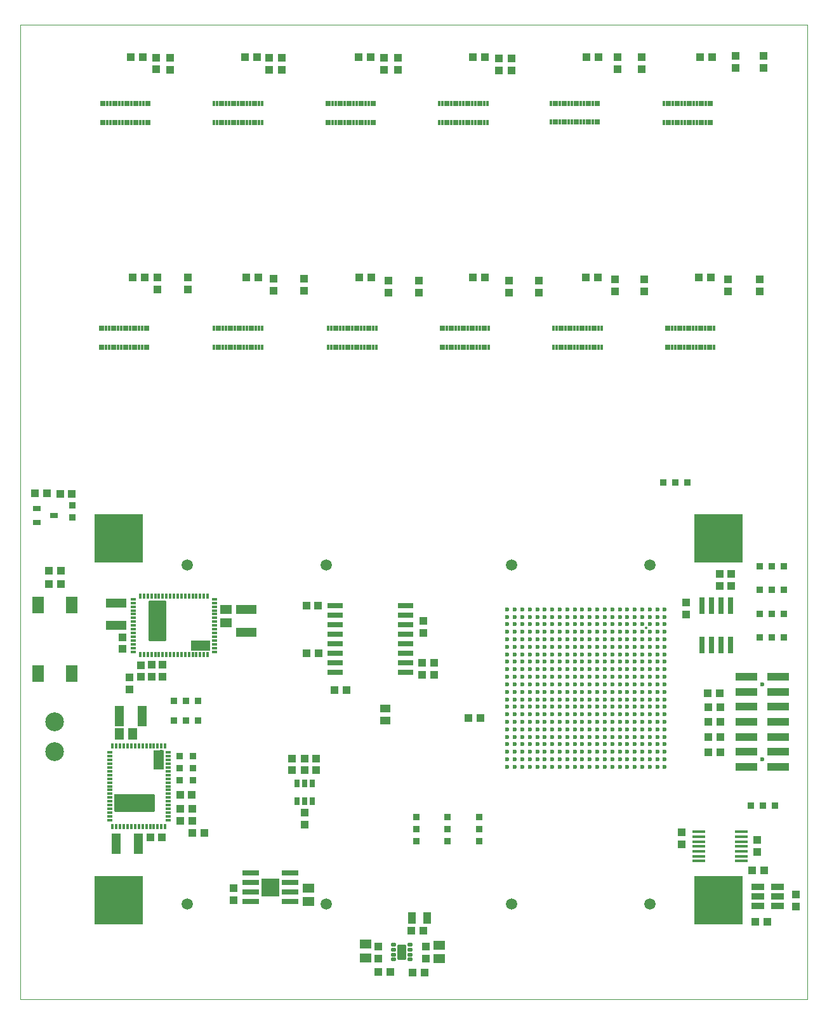
<source format=gts>
G04 Layer_Color=8388736*
%FSLAX43Y43*%
%MOMM*%
G71*
G01*
G75*
%ADD10C,0.100*%
%ADD47C,0.300*%
%ADD51C,0.600*%
%ADD72R,1.800X0.900*%
G04:AMPARAMS|DCode=73|XSize=0.5mm|YSize=0.6mm|CornerRadius=0.08mm|HoleSize=0mm|Usage=FLASHONLY|Rotation=90.000|XOffset=0mm|YOffset=0mm|HoleType=Round|Shape=RoundedRectangle|*
%AMROUNDEDRECTD73*
21,1,0.500,0.440,0,0,90.0*
21,1,0.340,0.600,0,0,90.0*
1,1,0.160,0.220,0.170*
1,1,0.160,0.220,-0.170*
1,1,0.160,-0.220,-0.170*
1,1,0.160,-0.220,0.170*
%
%ADD73ROUNDEDRECTD73*%
G04:AMPARAMS|DCode=74|XSize=1.2mm|YSize=2mm|CornerRadius=0.16mm|HoleSize=0mm|Usage=FLASHONLY|Rotation=0.000|XOffset=0mm|YOffset=0mm|HoleType=Round|Shape=RoundedRectangle|*
%AMROUNDEDRECTD74*
21,1,1.200,1.680,0,0,0.0*
21,1,0.880,2.000,0,0,0.0*
1,1,0.320,0.440,-0.840*
1,1,0.320,-0.440,-0.840*
1,1,0.320,-0.440,0.840*
1,1,0.320,0.440,0.840*
%
%ADD74ROUNDEDRECTD74*%
%ADD75R,1.100X1.050*%
%ADD76R,1.050X1.100*%
%ADD77R,1.500X1.150*%
%ADD78R,1.150X1.500*%
%ADD79R,2.800X1.250*%
%ADD80R,1.250X2.800*%
%ADD81R,0.900X0.900*%
%ADD82R,0.900X0.900*%
%ADD83R,1.400X1.100*%
%ADD84R,0.330X0.800*%
%ADD85R,2.850X1.100*%
%ADD86R,1.500X2.200*%
%ADD87R,1.050X1.500*%
%ADD88R,1.000X1.100*%
%ADD89R,1.100X1.000*%
%ADD90R,1.100X0.700*%
%ADD91R,1.700X0.450*%
%ADD92R,0.750X1.000*%
%ADD93R,0.700X2.300*%
%ADD94R,2.000X0.700*%
%ADD95R,2.300X0.700*%
%ADD96R,2.390X2.390*%
G04:AMPARAMS|DCode=97|XSize=1.4mm|YSize=2.6mm|CornerRadius=0.18mm|HoleSize=0mm|Usage=FLASHONLY|Rotation=270.000|XOffset=0mm|YOffset=0mm|HoleType=Round|Shape=RoundedRectangle|*
%AMROUNDEDRECTD97*
21,1,1.400,2.240,0,0,270.0*
21,1,1.040,2.600,0,0,270.0*
1,1,0.360,-1.120,-0.520*
1,1,0.360,-1.120,0.520*
1,1,0.360,1.120,0.520*
1,1,0.360,1.120,-0.520*
%
%ADD97ROUNDEDRECTD97*%
%ADD98R,0.700X0.350*%
%ADD99R,0.350X0.700*%
G04:AMPARAMS|DCode=100|XSize=2.45mm|YSize=5.45mm|CornerRadius=0.285mm|HoleSize=0mm|Usage=FLASHONLY|Rotation=0.000|XOffset=0mm|YOffset=0mm|HoleType=Round|Shape=RoundedRectangle|*
%AMROUNDEDRECTD100*
21,1,2.450,4.880,0,0,0.0*
21,1,1.880,5.450,0,0,0.0*
1,1,0.570,0.940,-2.440*
1,1,0.570,-0.940,-2.440*
1,1,0.570,-0.940,2.440*
1,1,0.570,0.940,2.440*
%
%ADD100ROUNDEDRECTD100*%
G04:AMPARAMS|DCode=101|XSize=1.4mm|YSize=2.6mm|CornerRadius=0.18mm|HoleSize=0mm|Usage=FLASHONLY|Rotation=0.000|XOffset=0mm|YOffset=0mm|HoleType=Round|Shape=RoundedRectangle|*
%AMROUNDEDRECTD101*
21,1,1.400,2.240,0,0,0.0*
21,1,1.040,2.600,0,0,0.0*
1,1,0.360,0.520,-1.120*
1,1,0.360,-0.520,-1.120*
1,1,0.360,-0.520,1.120*
1,1,0.360,0.520,1.120*
%
%ADD101ROUNDEDRECTD101*%
G04:AMPARAMS|DCode=102|XSize=2.45mm|YSize=5.45mm|CornerRadius=0.285mm|HoleSize=0mm|Usage=FLASHONLY|Rotation=90.000|XOffset=0mm|YOffset=0mm|HoleType=Round|Shape=RoundedRectangle|*
%AMROUNDEDRECTD102*
21,1,2.450,4.880,0,0,90.0*
21,1,1.880,5.450,0,0,90.0*
1,1,0.570,2.440,0.940*
1,1,0.570,2.440,-0.940*
1,1,0.570,-2.440,-0.940*
1,1,0.570,-2.440,0.940*
%
%ADD102ROUNDEDRECTD102*%
%ADD103C,1.516*%
%ADD104C,2.500*%
%ADD105R,6.450X6.450*%
%ADD106C,0.700*%
D10*
X95000Y-10000D02*
Y120000D01*
X-10000D02*
X95000D01*
X-10000Y-10000D02*
Y120000D01*
Y-10000D02*
X95000D01*
D47*
X73500Y39500D02*
X73500Y39500D01*
D51*
X58000Y21000D02*
D03*
X59000D02*
D03*
X58000Y22000D02*
D03*
X59000D02*
D03*
X55000Y21000D02*
D03*
X56000D02*
D03*
X68000Y24000D02*
D03*
Y25000D02*
D03*
X76000Y42000D02*
D03*
Y41000D02*
D03*
Y40000D02*
D03*
Y39000D02*
D03*
Y38000D02*
D03*
Y37000D02*
D03*
Y36000D02*
D03*
Y35000D02*
D03*
Y34000D02*
D03*
Y33000D02*
D03*
Y32000D02*
D03*
Y31000D02*
D03*
Y30000D02*
D03*
Y29000D02*
D03*
Y28000D02*
D03*
Y27000D02*
D03*
Y26000D02*
D03*
Y25000D02*
D03*
Y24000D02*
D03*
Y23000D02*
D03*
Y22000D02*
D03*
Y21000D02*
D03*
X75000Y42000D02*
D03*
Y41000D02*
D03*
Y40000D02*
D03*
Y39000D02*
D03*
Y38000D02*
D03*
Y37000D02*
D03*
Y36000D02*
D03*
Y35000D02*
D03*
Y34000D02*
D03*
Y33000D02*
D03*
Y32000D02*
D03*
Y31000D02*
D03*
Y30000D02*
D03*
Y29000D02*
D03*
Y28000D02*
D03*
Y27000D02*
D03*
Y26000D02*
D03*
Y25000D02*
D03*
Y24000D02*
D03*
Y23000D02*
D03*
Y22000D02*
D03*
Y21000D02*
D03*
X74000Y42000D02*
D03*
Y41000D02*
D03*
Y40000D02*
D03*
Y39000D02*
D03*
Y38000D02*
D03*
Y37000D02*
D03*
Y36000D02*
D03*
Y35000D02*
D03*
Y34000D02*
D03*
Y33000D02*
D03*
Y32000D02*
D03*
Y31000D02*
D03*
Y30000D02*
D03*
Y28000D02*
D03*
Y27000D02*
D03*
Y26000D02*
D03*
Y25000D02*
D03*
Y24000D02*
D03*
Y23000D02*
D03*
Y22000D02*
D03*
Y21000D02*
D03*
X73000Y42000D02*
D03*
Y41000D02*
D03*
Y40000D02*
D03*
Y39000D02*
D03*
Y38000D02*
D03*
Y37000D02*
D03*
Y36000D02*
D03*
Y35000D02*
D03*
Y34000D02*
D03*
Y33000D02*
D03*
Y32000D02*
D03*
Y31000D02*
D03*
Y30000D02*
D03*
Y28000D02*
D03*
Y27000D02*
D03*
Y26000D02*
D03*
Y25000D02*
D03*
Y24000D02*
D03*
Y23000D02*
D03*
Y22000D02*
D03*
Y21000D02*
D03*
X72000Y42000D02*
D03*
Y41000D02*
D03*
Y40000D02*
D03*
Y39000D02*
D03*
Y38000D02*
D03*
Y37000D02*
D03*
Y36000D02*
D03*
Y35000D02*
D03*
Y34000D02*
D03*
Y33000D02*
D03*
Y32000D02*
D03*
Y31000D02*
D03*
Y30000D02*
D03*
Y29000D02*
D03*
Y28000D02*
D03*
Y27000D02*
D03*
Y26000D02*
D03*
Y25000D02*
D03*
Y24000D02*
D03*
Y23000D02*
D03*
Y22000D02*
D03*
Y21000D02*
D03*
X71000Y42000D02*
D03*
Y41000D02*
D03*
Y40000D02*
D03*
Y39000D02*
D03*
Y38000D02*
D03*
Y37000D02*
D03*
Y36000D02*
D03*
Y35000D02*
D03*
Y34000D02*
D03*
Y33000D02*
D03*
Y32000D02*
D03*
Y31000D02*
D03*
Y30000D02*
D03*
Y29000D02*
D03*
Y28000D02*
D03*
Y27000D02*
D03*
Y26000D02*
D03*
Y25000D02*
D03*
Y24000D02*
D03*
Y23000D02*
D03*
Y22000D02*
D03*
Y21000D02*
D03*
X70000Y42000D02*
D03*
Y41000D02*
D03*
Y40000D02*
D03*
Y39000D02*
D03*
Y38000D02*
D03*
Y37000D02*
D03*
Y36000D02*
D03*
Y35000D02*
D03*
Y34000D02*
D03*
Y33000D02*
D03*
Y32000D02*
D03*
Y31000D02*
D03*
Y30000D02*
D03*
Y29000D02*
D03*
Y28000D02*
D03*
Y27000D02*
D03*
Y26000D02*
D03*
Y25000D02*
D03*
Y24000D02*
D03*
Y23000D02*
D03*
Y22000D02*
D03*
Y21000D02*
D03*
X69000Y42000D02*
D03*
Y41000D02*
D03*
Y40000D02*
D03*
Y39000D02*
D03*
Y38000D02*
D03*
Y37000D02*
D03*
Y36000D02*
D03*
Y35000D02*
D03*
Y34000D02*
D03*
Y33000D02*
D03*
Y32000D02*
D03*
Y31000D02*
D03*
Y30000D02*
D03*
Y29000D02*
D03*
Y28000D02*
D03*
Y27000D02*
D03*
Y26000D02*
D03*
Y25000D02*
D03*
Y24000D02*
D03*
Y23000D02*
D03*
Y22000D02*
D03*
X68000Y42000D02*
D03*
Y41000D02*
D03*
Y40000D02*
D03*
Y39000D02*
D03*
Y38000D02*
D03*
Y37000D02*
D03*
Y36000D02*
D03*
Y35000D02*
D03*
Y34000D02*
D03*
Y33000D02*
D03*
Y32000D02*
D03*
Y31000D02*
D03*
Y30000D02*
D03*
Y29000D02*
D03*
Y28000D02*
D03*
Y27000D02*
D03*
Y26000D02*
D03*
Y23000D02*
D03*
X67000Y42000D02*
D03*
Y41000D02*
D03*
Y40000D02*
D03*
Y39000D02*
D03*
Y38000D02*
D03*
Y37000D02*
D03*
Y36000D02*
D03*
Y35000D02*
D03*
Y34000D02*
D03*
Y33000D02*
D03*
Y32000D02*
D03*
Y31000D02*
D03*
Y30000D02*
D03*
Y29000D02*
D03*
Y28000D02*
D03*
Y27000D02*
D03*
Y26000D02*
D03*
Y25000D02*
D03*
Y24000D02*
D03*
Y23000D02*
D03*
Y21000D02*
D03*
X66000Y42000D02*
D03*
Y41000D02*
D03*
Y40000D02*
D03*
Y39000D02*
D03*
Y38000D02*
D03*
Y37000D02*
D03*
Y36000D02*
D03*
Y35000D02*
D03*
Y34000D02*
D03*
Y33000D02*
D03*
Y32000D02*
D03*
Y31000D02*
D03*
Y30000D02*
D03*
Y29000D02*
D03*
Y28000D02*
D03*
Y27000D02*
D03*
Y26000D02*
D03*
Y25000D02*
D03*
Y24000D02*
D03*
X65000Y42000D02*
D03*
Y41000D02*
D03*
Y40000D02*
D03*
Y39000D02*
D03*
Y38000D02*
D03*
Y37000D02*
D03*
Y36000D02*
D03*
Y35000D02*
D03*
Y34000D02*
D03*
Y33000D02*
D03*
Y32000D02*
D03*
Y31000D02*
D03*
Y30000D02*
D03*
Y29000D02*
D03*
Y28000D02*
D03*
Y27000D02*
D03*
Y26000D02*
D03*
Y25000D02*
D03*
Y24000D02*
D03*
Y22000D02*
D03*
X64000Y42000D02*
D03*
Y41000D02*
D03*
Y40000D02*
D03*
Y39000D02*
D03*
Y38000D02*
D03*
Y37000D02*
D03*
Y36000D02*
D03*
Y35000D02*
D03*
Y34000D02*
D03*
Y33000D02*
D03*
Y32000D02*
D03*
Y31000D02*
D03*
Y30000D02*
D03*
Y29000D02*
D03*
Y28000D02*
D03*
Y27000D02*
D03*
Y26000D02*
D03*
Y25000D02*
D03*
Y24000D02*
D03*
X63000Y42000D02*
D03*
Y41000D02*
D03*
Y40000D02*
D03*
Y39000D02*
D03*
Y38000D02*
D03*
Y37000D02*
D03*
Y36000D02*
D03*
Y35000D02*
D03*
Y34000D02*
D03*
Y33000D02*
D03*
Y32000D02*
D03*
Y31000D02*
D03*
Y30000D02*
D03*
Y29000D02*
D03*
Y28000D02*
D03*
Y27000D02*
D03*
Y26000D02*
D03*
Y24000D02*
D03*
Y23000D02*
D03*
X62000Y42000D02*
D03*
Y41000D02*
D03*
Y40000D02*
D03*
Y39000D02*
D03*
Y38000D02*
D03*
Y37000D02*
D03*
Y36000D02*
D03*
Y35000D02*
D03*
Y34000D02*
D03*
Y33000D02*
D03*
Y32000D02*
D03*
Y31000D02*
D03*
Y30000D02*
D03*
Y29000D02*
D03*
Y28000D02*
D03*
Y27000D02*
D03*
Y26000D02*
D03*
Y24000D02*
D03*
Y23000D02*
D03*
Y21000D02*
D03*
X61000Y42000D02*
D03*
Y41000D02*
D03*
Y40000D02*
D03*
Y39000D02*
D03*
Y38000D02*
D03*
Y37000D02*
D03*
Y36000D02*
D03*
Y35000D02*
D03*
Y34000D02*
D03*
Y33000D02*
D03*
Y32000D02*
D03*
Y31000D02*
D03*
Y30000D02*
D03*
Y29000D02*
D03*
Y28000D02*
D03*
Y27000D02*
D03*
Y26000D02*
D03*
Y25000D02*
D03*
Y24000D02*
D03*
Y23000D02*
D03*
X60000Y42000D02*
D03*
Y41000D02*
D03*
Y40000D02*
D03*
Y39000D02*
D03*
Y38000D02*
D03*
Y37000D02*
D03*
Y36000D02*
D03*
Y35000D02*
D03*
Y34000D02*
D03*
Y33000D02*
D03*
Y32000D02*
D03*
Y31000D02*
D03*
Y30000D02*
D03*
Y29000D02*
D03*
Y28000D02*
D03*
Y27000D02*
D03*
Y26000D02*
D03*
Y25000D02*
D03*
Y24000D02*
D03*
Y22000D02*
D03*
X59000Y42000D02*
D03*
Y41000D02*
D03*
Y40000D02*
D03*
Y39000D02*
D03*
Y38000D02*
D03*
Y37000D02*
D03*
Y36000D02*
D03*
Y35000D02*
D03*
Y34000D02*
D03*
Y33000D02*
D03*
Y32000D02*
D03*
Y31000D02*
D03*
Y30000D02*
D03*
Y29000D02*
D03*
Y28000D02*
D03*
Y27000D02*
D03*
Y26000D02*
D03*
Y25000D02*
D03*
Y24000D02*
D03*
X58000Y42000D02*
D03*
Y41000D02*
D03*
Y40000D02*
D03*
Y39000D02*
D03*
Y38000D02*
D03*
Y37000D02*
D03*
Y36000D02*
D03*
Y35000D02*
D03*
Y34000D02*
D03*
Y33000D02*
D03*
Y32000D02*
D03*
Y31000D02*
D03*
Y30000D02*
D03*
Y29000D02*
D03*
Y28000D02*
D03*
Y27000D02*
D03*
Y26000D02*
D03*
Y25000D02*
D03*
Y24000D02*
D03*
Y23000D02*
D03*
X57000Y42000D02*
D03*
Y41000D02*
D03*
Y40000D02*
D03*
Y39000D02*
D03*
Y38000D02*
D03*
Y37000D02*
D03*
Y36000D02*
D03*
Y35000D02*
D03*
Y34000D02*
D03*
Y33000D02*
D03*
Y32000D02*
D03*
Y31000D02*
D03*
Y30000D02*
D03*
Y29000D02*
D03*
Y28000D02*
D03*
Y27000D02*
D03*
Y26000D02*
D03*
Y25000D02*
D03*
Y24000D02*
D03*
Y23000D02*
D03*
Y22000D02*
D03*
Y21000D02*
D03*
X56000Y42000D02*
D03*
Y41000D02*
D03*
Y40000D02*
D03*
Y39000D02*
D03*
Y38000D02*
D03*
Y37000D02*
D03*
Y36000D02*
D03*
Y35000D02*
D03*
Y34000D02*
D03*
Y33000D02*
D03*
Y32000D02*
D03*
Y31000D02*
D03*
Y30000D02*
D03*
Y29000D02*
D03*
Y28000D02*
D03*
Y27000D02*
D03*
Y26000D02*
D03*
Y25000D02*
D03*
Y24000D02*
D03*
Y23000D02*
D03*
Y22000D02*
D03*
X55000Y42000D02*
D03*
Y41000D02*
D03*
Y40000D02*
D03*
Y39000D02*
D03*
Y38000D02*
D03*
Y37000D02*
D03*
Y36000D02*
D03*
Y35000D02*
D03*
Y34000D02*
D03*
Y33000D02*
D03*
Y32000D02*
D03*
Y31000D02*
D03*
Y30000D02*
D03*
Y29000D02*
D03*
Y28000D02*
D03*
Y27000D02*
D03*
Y26000D02*
D03*
Y25000D02*
D03*
Y24000D02*
D03*
Y23000D02*
D03*
Y22000D02*
D03*
X61000Y21000D02*
D03*
X60000D02*
D03*
X62000Y22000D02*
D03*
X61000D02*
D03*
X64000Y21000D02*
D03*
X63000D02*
D03*
X64000Y22000D02*
D03*
X63000D02*
D03*
X66000Y21000D02*
D03*
X65000D02*
D03*
X68000Y22000D02*
D03*
X67000D02*
D03*
X69000Y21000D02*
D03*
X68000D02*
D03*
X66000Y23000D02*
D03*
Y22000D02*
D03*
X60000Y23000D02*
D03*
X59000D02*
D03*
X63000Y25000D02*
D03*
X62000D02*
D03*
X65000Y23000D02*
D03*
X64000D02*
D03*
X74000Y29000D02*
D03*
X73000D02*
D03*
X88975Y22000D02*
D03*
Y32000D02*
D03*
X15025Y37550D02*
D03*
X14425D02*
D03*
X13125D02*
D03*
Y36850D02*
D03*
X14425D02*
D03*
X13725D02*
D03*
Y37550D02*
D03*
X8625Y38050D02*
D03*
X8025D02*
D03*
X9225D02*
D03*
Y38650D02*
D03*
Y39250D02*
D03*
Y39850D02*
D03*
Y40450D02*
D03*
Y41050D02*
D03*
Y41650D02*
D03*
Y42250D02*
D03*
Y42850D02*
D03*
X7425Y38050D02*
D03*
Y38650D02*
D03*
Y39250D02*
D03*
Y39850D02*
D03*
Y40450D02*
D03*
Y41050D02*
D03*
Y41650D02*
D03*
Y42250D02*
D03*
X8625Y42850D02*
D03*
X8025D02*
D03*
X7425D02*
D03*
X8625Y40450D02*
D03*
X8025D02*
D03*
X8150Y22900D02*
D03*
Y22300D02*
D03*
Y21000D02*
D03*
X8850D02*
D03*
Y22300D02*
D03*
Y21600D02*
D03*
X8150D02*
D03*
X7650Y16500D02*
D03*
Y15900D02*
D03*
Y17100D02*
D03*
X7050D02*
D03*
X6450D02*
D03*
X5850D02*
D03*
X5250D02*
D03*
X4650D02*
D03*
X4050D02*
D03*
X3450D02*
D03*
X2850D02*
D03*
X7650Y15300D02*
D03*
X7050D02*
D03*
X6450D02*
D03*
X5850D02*
D03*
X5250D02*
D03*
X4650D02*
D03*
X4050D02*
D03*
X3450D02*
D03*
X2850Y16500D02*
D03*
Y15900D02*
D03*
Y15300D02*
D03*
X5250Y16500D02*
D03*
Y15900D02*
D03*
D72*
X91054Y2470D02*
D03*
Y3740D02*
D03*
Y5010D02*
D03*
X88454D02*
D03*
Y3740D02*
D03*
Y2470D02*
D03*
D73*
X39775Y-2758D02*
D03*
Y-3408D02*
D03*
Y-4058D02*
D03*
Y-4708D02*
D03*
X41975Y-2758D02*
D03*
Y-3408D02*
D03*
Y-4058D02*
D03*
Y-4708D02*
D03*
D74*
X40875Y-3733D02*
D03*
D75*
X27925Y14850D02*
D03*
Y13250D02*
D03*
X9975Y113975D02*
D03*
Y115575D02*
D03*
X8175Y114000D02*
D03*
Y115600D02*
D03*
X24950Y113975D02*
D03*
Y115575D02*
D03*
X23200Y113975D02*
D03*
Y115575D02*
D03*
X40400Y113950D02*
D03*
Y115550D02*
D03*
X38525Y113950D02*
D03*
Y115550D02*
D03*
X55600Y113875D02*
D03*
Y115475D02*
D03*
X53880Y113873D02*
D03*
Y115473D02*
D03*
X72936Y114073D02*
D03*
Y115673D02*
D03*
X69711Y114073D02*
D03*
Y115673D02*
D03*
X89186Y114198D02*
D03*
Y115798D02*
D03*
X85460Y114198D02*
D03*
Y115798D02*
D03*
X12410Y84623D02*
D03*
Y86223D02*
D03*
X8360Y84623D02*
D03*
Y86223D02*
D03*
X23840Y86077D02*
D03*
Y84477D02*
D03*
X27890Y86077D02*
D03*
Y84477D02*
D03*
X43166Y84223D02*
D03*
Y85823D02*
D03*
X39116Y84223D02*
D03*
Y85823D02*
D03*
X59241Y84223D02*
D03*
Y85823D02*
D03*
X55191Y84223D02*
D03*
Y85823D02*
D03*
X73290Y84423D02*
D03*
Y86023D02*
D03*
X69390Y84423D02*
D03*
Y86023D02*
D03*
X88650Y84400D02*
D03*
Y86000D02*
D03*
X84425Y84400D02*
D03*
Y86000D02*
D03*
X78850Y41325D02*
D03*
Y42925D02*
D03*
X88349Y11245D02*
D03*
Y9645D02*
D03*
X78249Y12295D02*
D03*
Y10695D02*
D03*
X7530Y33025D02*
D03*
Y34625D02*
D03*
X37800Y-4575D02*
D03*
Y-2975D02*
D03*
X44150Y-2975D02*
D03*
Y-4575D02*
D03*
X18447Y3210D02*
D03*
Y4810D02*
D03*
D76*
X-6186Y45395D02*
D03*
X-4586D02*
D03*
X45200Y34910D02*
D03*
X43600D02*
D03*
X89650Y350D02*
D03*
X88050D02*
D03*
X37800Y-6375D02*
D03*
X39400D02*
D03*
X43975Y-6475D02*
D03*
X42375D02*
D03*
X12950Y15425D02*
D03*
X11350D02*
D03*
D77*
X17455Y41975D02*
D03*
Y40175D02*
D03*
X36100Y-2675D02*
D03*
Y-4475D02*
D03*
X45925Y-4575D02*
D03*
Y-2775D02*
D03*
X28447Y4835D02*
D03*
Y3035D02*
D03*
D78*
X3225Y25375D02*
D03*
X5025D02*
D03*
D79*
X2805Y42850D02*
D03*
Y39850D02*
D03*
X20155Y38975D02*
D03*
Y41975D02*
D03*
D80*
X2800Y10700D02*
D03*
X5800D02*
D03*
X6275Y27725D02*
D03*
X3275D02*
D03*
D81*
X-3050Y54275D02*
D03*
Y55875D02*
D03*
X51203Y14296D02*
D03*
Y12696D02*
D03*
Y11096D02*
D03*
X47028Y14296D02*
D03*
Y12696D02*
D03*
Y11096D02*
D03*
X42853Y14296D02*
D03*
Y12696D02*
D03*
Y11096D02*
D03*
X13050Y22425D02*
D03*
Y20825D02*
D03*
Y19225D02*
D03*
X11250Y22425D02*
D03*
Y20825D02*
D03*
Y19225D02*
D03*
D82*
X90675Y15850D02*
D03*
X89075D02*
D03*
X87475D02*
D03*
X79025Y58950D02*
D03*
X77425D02*
D03*
X75825D02*
D03*
X91850Y47700D02*
D03*
X90250D02*
D03*
X88650D02*
D03*
X91850Y44567D02*
D03*
X90250D02*
D03*
X88650D02*
D03*
X91850Y41433D02*
D03*
X90250D02*
D03*
X88650D02*
D03*
X91850Y38300D02*
D03*
X90250D02*
D03*
X88650D02*
D03*
X10550Y27200D02*
D03*
X12150D02*
D03*
X13750D02*
D03*
X10550Y29825D02*
D03*
X12150D02*
D03*
X13750D02*
D03*
D83*
X38750Y27188D02*
D03*
Y28788D02*
D03*
D84*
X1247Y109450D02*
D03*
X847D02*
D03*
X1647D02*
D03*
X2047D02*
D03*
X3647D02*
D03*
X3247D02*
D03*
X2447D02*
D03*
X2847D02*
D03*
X6047D02*
D03*
X5647D02*
D03*
X6447D02*
D03*
X6847D02*
D03*
X5247D02*
D03*
X4847D02*
D03*
X4047D02*
D03*
X4447D02*
D03*
X7247D02*
D03*
Y106950D02*
D03*
X4447D02*
D03*
X4047D02*
D03*
X4847D02*
D03*
X5247D02*
D03*
X6847D02*
D03*
X6447D02*
D03*
X5647D02*
D03*
X6047D02*
D03*
X2847D02*
D03*
X2447D02*
D03*
X3247D02*
D03*
X3647D02*
D03*
X2047D02*
D03*
X1647D02*
D03*
X847D02*
D03*
X1247D02*
D03*
X16273Y109450D02*
D03*
X15873D02*
D03*
X16673D02*
D03*
X17073D02*
D03*
X18673D02*
D03*
X18273D02*
D03*
X17473D02*
D03*
X17873D02*
D03*
X21073D02*
D03*
X20673D02*
D03*
X21473D02*
D03*
X21873D02*
D03*
X20273D02*
D03*
X19873D02*
D03*
X19073D02*
D03*
X19473D02*
D03*
X22273D02*
D03*
Y106950D02*
D03*
X19473D02*
D03*
X19073D02*
D03*
X19873D02*
D03*
X20273D02*
D03*
X21873D02*
D03*
X21473D02*
D03*
X20673D02*
D03*
X21073D02*
D03*
X17873D02*
D03*
X17473D02*
D03*
X18273D02*
D03*
X18673D02*
D03*
X17073D02*
D03*
X16673D02*
D03*
X15873D02*
D03*
X16273D02*
D03*
X31298Y109450D02*
D03*
X30898D02*
D03*
X31698D02*
D03*
X32098D02*
D03*
X33698D02*
D03*
X33298D02*
D03*
X32498D02*
D03*
X32898D02*
D03*
X36098D02*
D03*
X35698D02*
D03*
X36498D02*
D03*
X36898D02*
D03*
X35298D02*
D03*
X34898D02*
D03*
X34098D02*
D03*
X34498D02*
D03*
X37298D02*
D03*
Y106950D02*
D03*
X34498D02*
D03*
X34098D02*
D03*
X34898D02*
D03*
X35298D02*
D03*
X36898D02*
D03*
X36498D02*
D03*
X35698D02*
D03*
X36098D02*
D03*
X32898D02*
D03*
X32498D02*
D03*
X33298D02*
D03*
X33698D02*
D03*
X32098D02*
D03*
X31698D02*
D03*
X30898D02*
D03*
X31298D02*
D03*
X46324Y109450D02*
D03*
X45924D02*
D03*
X46724D02*
D03*
X47124D02*
D03*
X48724D02*
D03*
X48324D02*
D03*
X47524D02*
D03*
X47924D02*
D03*
X51124D02*
D03*
X50724D02*
D03*
X51524D02*
D03*
X51924D02*
D03*
X50324D02*
D03*
X49924D02*
D03*
X49124D02*
D03*
X49524D02*
D03*
X52324D02*
D03*
Y106950D02*
D03*
X49524D02*
D03*
X49124D02*
D03*
X49924D02*
D03*
X50324D02*
D03*
X51924D02*
D03*
X51524D02*
D03*
X50724D02*
D03*
X51124D02*
D03*
X47924D02*
D03*
X47524D02*
D03*
X48324D02*
D03*
X48724D02*
D03*
X47124D02*
D03*
X46724D02*
D03*
X45924D02*
D03*
X46324D02*
D03*
X61200Y109475D02*
D03*
X60800D02*
D03*
X61600D02*
D03*
X62000D02*
D03*
X63600D02*
D03*
X63200D02*
D03*
X62400D02*
D03*
X62800D02*
D03*
X66000D02*
D03*
X65600D02*
D03*
X66400D02*
D03*
X66800D02*
D03*
X65200D02*
D03*
X64800D02*
D03*
X64000D02*
D03*
X64400D02*
D03*
X67200D02*
D03*
Y106975D02*
D03*
X64400D02*
D03*
X64000D02*
D03*
X64800D02*
D03*
X65200D02*
D03*
X66800D02*
D03*
X66400D02*
D03*
X65600D02*
D03*
X66000D02*
D03*
X62800D02*
D03*
X62400D02*
D03*
X63200D02*
D03*
X63600D02*
D03*
X62000D02*
D03*
X61600D02*
D03*
X60800D02*
D03*
X61200D02*
D03*
X76269Y109450D02*
D03*
X75869D02*
D03*
X76669D02*
D03*
X77069D02*
D03*
X78669D02*
D03*
X78269D02*
D03*
X77469D02*
D03*
X77869D02*
D03*
X81069D02*
D03*
X80669D02*
D03*
X81469D02*
D03*
X81869D02*
D03*
X80269D02*
D03*
X79869D02*
D03*
X79069D02*
D03*
X79469D02*
D03*
X82269D02*
D03*
Y106950D02*
D03*
X79469D02*
D03*
X79069D02*
D03*
X79869D02*
D03*
X80269D02*
D03*
X81869D02*
D03*
X81469D02*
D03*
X80669D02*
D03*
X81069D02*
D03*
X77869D02*
D03*
X77469D02*
D03*
X78269D02*
D03*
X78669D02*
D03*
X77069D02*
D03*
X76669D02*
D03*
X75869D02*
D03*
X76269D02*
D03*
X1075Y79450D02*
D03*
X675D02*
D03*
X1475D02*
D03*
X1875D02*
D03*
X3475D02*
D03*
X3075D02*
D03*
X2275D02*
D03*
X2675D02*
D03*
X5875D02*
D03*
X5475D02*
D03*
X6275D02*
D03*
X6675D02*
D03*
X5075D02*
D03*
X4675D02*
D03*
X3875D02*
D03*
X4275D02*
D03*
X7075D02*
D03*
Y76950D02*
D03*
X4275D02*
D03*
X3875D02*
D03*
X4675D02*
D03*
X5075D02*
D03*
X6675D02*
D03*
X6275D02*
D03*
X5475D02*
D03*
X5875D02*
D03*
X2675D02*
D03*
X2275D02*
D03*
X3075D02*
D03*
X3475D02*
D03*
X1875D02*
D03*
X1475D02*
D03*
X675D02*
D03*
X1075D02*
D03*
X16250Y79450D02*
D03*
X15850D02*
D03*
X16650D02*
D03*
X17050D02*
D03*
X18650D02*
D03*
X18250D02*
D03*
X17450D02*
D03*
X17850D02*
D03*
X21050D02*
D03*
X20650D02*
D03*
X21450D02*
D03*
X21850D02*
D03*
X20250D02*
D03*
X19850D02*
D03*
X19050D02*
D03*
X19450D02*
D03*
X22250D02*
D03*
Y76950D02*
D03*
X19450D02*
D03*
X19050D02*
D03*
X19850D02*
D03*
X20250D02*
D03*
X21850D02*
D03*
X21450D02*
D03*
X20650D02*
D03*
X21050D02*
D03*
X17850D02*
D03*
X17450D02*
D03*
X18250D02*
D03*
X18650D02*
D03*
X17050D02*
D03*
X16650D02*
D03*
X15850D02*
D03*
X16250D02*
D03*
X31512Y79450D02*
D03*
X31112D02*
D03*
X31912D02*
D03*
X32312D02*
D03*
X33912D02*
D03*
X33512D02*
D03*
X32712D02*
D03*
X33112D02*
D03*
X36312D02*
D03*
X35912D02*
D03*
X36712D02*
D03*
X37112D02*
D03*
X35512D02*
D03*
X35112D02*
D03*
X34312D02*
D03*
X34712D02*
D03*
X37512D02*
D03*
Y76950D02*
D03*
X34712D02*
D03*
X34312D02*
D03*
X35112D02*
D03*
X35512D02*
D03*
X37112D02*
D03*
X36712D02*
D03*
X35912D02*
D03*
X36312D02*
D03*
X33112D02*
D03*
X32712D02*
D03*
X33512D02*
D03*
X33912D02*
D03*
X32312D02*
D03*
X31912D02*
D03*
X31112D02*
D03*
X31512D02*
D03*
X46525Y79450D02*
D03*
X46125D02*
D03*
X46925D02*
D03*
X47325D02*
D03*
X48925D02*
D03*
X48525D02*
D03*
X47725D02*
D03*
X48125D02*
D03*
X51325D02*
D03*
X50925D02*
D03*
X51725D02*
D03*
X52125D02*
D03*
X50525D02*
D03*
X50125D02*
D03*
X49325D02*
D03*
X49725D02*
D03*
X52525D02*
D03*
Y76950D02*
D03*
X49725D02*
D03*
X49325D02*
D03*
X50125D02*
D03*
X50525D02*
D03*
X52125D02*
D03*
X51725D02*
D03*
X50925D02*
D03*
X51325D02*
D03*
X48125D02*
D03*
X47725D02*
D03*
X48525D02*
D03*
X48925D02*
D03*
X47325D02*
D03*
X46925D02*
D03*
X46125D02*
D03*
X46525D02*
D03*
X61563Y79450D02*
D03*
X61163D02*
D03*
X61963D02*
D03*
X62363D02*
D03*
X63963D02*
D03*
X63563D02*
D03*
X62763D02*
D03*
X63163D02*
D03*
X66363D02*
D03*
X65963D02*
D03*
X66763D02*
D03*
X67163D02*
D03*
X65563D02*
D03*
X65163D02*
D03*
X64363D02*
D03*
X64763D02*
D03*
X67563D02*
D03*
Y76950D02*
D03*
X64763D02*
D03*
X64363D02*
D03*
X65163D02*
D03*
X65563D02*
D03*
X67163D02*
D03*
X66763D02*
D03*
X65963D02*
D03*
X66363D02*
D03*
X63163D02*
D03*
X62763D02*
D03*
X63563D02*
D03*
X63963D02*
D03*
X62363D02*
D03*
X61963D02*
D03*
X61163D02*
D03*
X61563D02*
D03*
X76589Y79450D02*
D03*
X76189D02*
D03*
X76989D02*
D03*
X77389D02*
D03*
X78989D02*
D03*
X78589D02*
D03*
X77789D02*
D03*
X78189D02*
D03*
X81389D02*
D03*
X80989D02*
D03*
X81789D02*
D03*
X82189D02*
D03*
X80589D02*
D03*
X80189D02*
D03*
X79389D02*
D03*
X79789D02*
D03*
X82589D02*
D03*
Y76950D02*
D03*
X79789D02*
D03*
X79389D02*
D03*
X80189D02*
D03*
X80589D02*
D03*
X82189D02*
D03*
X81789D02*
D03*
X80989D02*
D03*
X81389D02*
D03*
X78189D02*
D03*
X77789D02*
D03*
X78589D02*
D03*
X78989D02*
D03*
X77389D02*
D03*
X76989D02*
D03*
X76189D02*
D03*
X76589D02*
D03*
D85*
X91100Y21000D02*
D03*
Y23000D02*
D03*
Y25000D02*
D03*
X86850Y21000D02*
D03*
Y23000D02*
D03*
Y25000D02*
D03*
X91100Y29000D02*
D03*
Y31000D02*
D03*
Y33000D02*
D03*
X86850Y29000D02*
D03*
Y31000D02*
D03*
Y33000D02*
D03*
X91100Y27000D02*
D03*
X86850D02*
D03*
D86*
X-7575Y42550D02*
D03*
Y33450D02*
D03*
X-3075Y42550D02*
D03*
Y33450D02*
D03*
D87*
X42275Y800D02*
D03*
X44275D02*
D03*
D88*
X4800Y115625D02*
D03*
X6400D02*
D03*
X19988D02*
D03*
X21588D02*
D03*
X35176D02*
D03*
X36776D02*
D03*
X50365D02*
D03*
X51965D02*
D03*
X65553D02*
D03*
X67153D02*
D03*
X80741D02*
D03*
X82341D02*
D03*
X5050Y86300D02*
D03*
X6650D02*
D03*
X20155D02*
D03*
X21755D02*
D03*
X35260D02*
D03*
X36860D02*
D03*
X50365D02*
D03*
X51965D02*
D03*
X65470D02*
D03*
X67070D02*
D03*
X80575D02*
D03*
X82175D02*
D03*
X33575Y31210D02*
D03*
X31975D02*
D03*
X81750Y30850D02*
D03*
X83350D02*
D03*
X-3075Y57400D02*
D03*
X-4675D02*
D03*
X-8025Y57475D02*
D03*
X-6425D02*
D03*
X-6186Y47120D02*
D03*
X-4586D02*
D03*
X29775Y42510D02*
D03*
X28175D02*
D03*
X43600Y33235D02*
D03*
X45200D02*
D03*
X29825Y36160D02*
D03*
X28225D02*
D03*
X42225Y-875D02*
D03*
X43825D02*
D03*
X49800Y27525D02*
D03*
X51400D02*
D03*
X81850Y22975D02*
D03*
X83450D02*
D03*
X81800Y25000D02*
D03*
X83400D02*
D03*
X81850Y27000D02*
D03*
X83450D02*
D03*
X81850Y28975D02*
D03*
X83450D02*
D03*
X89225Y7175D02*
D03*
X87625D02*
D03*
X8950Y11550D02*
D03*
X7350D02*
D03*
X11325Y17250D02*
D03*
X12925D02*
D03*
X11350Y13750D02*
D03*
X12950D02*
D03*
X14550Y12150D02*
D03*
X12950D02*
D03*
D89*
X83375Y45150D02*
D03*
Y46750D02*
D03*
X84825Y45150D02*
D03*
Y46750D02*
D03*
X43800Y40475D02*
D03*
Y38875D02*
D03*
X93500Y3975D02*
D03*
Y2375D02*
D03*
X3630Y36700D02*
D03*
Y38300D02*
D03*
X8980Y34625D02*
D03*
Y33025D02*
D03*
X26250Y20525D02*
D03*
Y22125D02*
D03*
X27975Y20525D02*
D03*
Y22125D02*
D03*
X29500Y20525D02*
D03*
Y22125D02*
D03*
X6130Y34575D02*
D03*
Y32975D02*
D03*
X4605Y31350D02*
D03*
Y32950D02*
D03*
D90*
X-5450Y54525D02*
D03*
X-7750Y53575D02*
D03*
Y55475D02*
D03*
D91*
X86175Y8425D02*
D03*
Y9075D02*
D03*
Y9725D02*
D03*
Y10375D02*
D03*
Y11025D02*
D03*
Y11675D02*
D03*
Y12325D02*
D03*
X80575Y8425D02*
D03*
Y9075D02*
D03*
Y9725D02*
D03*
Y10375D02*
D03*
Y11025D02*
D03*
Y11675D02*
D03*
Y12325D02*
D03*
D92*
X26950Y16425D02*
D03*
X27950D02*
D03*
X28950D02*
D03*
Y18825D02*
D03*
X27950D02*
D03*
X26950D02*
D03*
D93*
X80961Y37276D02*
D03*
X82231D02*
D03*
X83501D02*
D03*
X84771D02*
D03*
X80961Y42482D02*
D03*
X82231D02*
D03*
X83501D02*
D03*
X84771D02*
D03*
D94*
X41425Y33625D02*
D03*
Y34895D02*
D03*
Y36165D02*
D03*
Y37435D02*
D03*
Y38705D02*
D03*
Y39975D02*
D03*
Y41245D02*
D03*
Y42515D02*
D03*
X32025Y33625D02*
D03*
Y34895D02*
D03*
Y36165D02*
D03*
Y37435D02*
D03*
Y38705D02*
D03*
Y39975D02*
D03*
Y41245D02*
D03*
Y42515D02*
D03*
D95*
X20769Y6840D02*
D03*
Y5570D02*
D03*
Y4300D02*
D03*
Y3030D02*
D03*
X25975Y6840D02*
D03*
Y5570D02*
D03*
Y4300D02*
D03*
Y3030D02*
D03*
D96*
X23372Y4935D02*
D03*
D97*
X14075Y37200D02*
D03*
D98*
X15925Y43350D02*
D03*
Y36350D02*
D03*
Y36850D02*
D03*
Y37350D02*
D03*
Y37850D02*
D03*
Y38350D02*
D03*
Y38850D02*
D03*
Y39350D02*
D03*
Y39850D02*
D03*
Y40350D02*
D03*
Y40850D02*
D03*
Y41350D02*
D03*
Y41850D02*
D03*
Y42350D02*
D03*
Y42850D02*
D03*
X5125Y36850D02*
D03*
Y37350D02*
D03*
Y37850D02*
D03*
Y38350D02*
D03*
Y38850D02*
D03*
Y39350D02*
D03*
Y39850D02*
D03*
Y40350D02*
D03*
Y40850D02*
D03*
Y41350D02*
D03*
Y41850D02*
D03*
Y42350D02*
D03*
Y42850D02*
D03*
Y43350D02*
D03*
Y36350D02*
D03*
X1950Y16400D02*
D03*
Y16900D02*
D03*
Y17400D02*
D03*
Y17900D02*
D03*
Y18400D02*
D03*
Y18900D02*
D03*
Y19400D02*
D03*
Y19900D02*
D03*
Y20400D02*
D03*
Y20900D02*
D03*
Y21400D02*
D03*
Y21900D02*
D03*
Y22400D02*
D03*
Y22900D02*
D03*
Y15900D02*
D03*
Y13900D02*
D03*
Y15400D02*
D03*
Y14900D02*
D03*
Y14400D02*
D03*
X9750D02*
D03*
Y14900D02*
D03*
Y15400D02*
D03*
Y13900D02*
D03*
Y15900D02*
D03*
Y22900D02*
D03*
Y22400D02*
D03*
Y21900D02*
D03*
Y21400D02*
D03*
Y20900D02*
D03*
Y20400D02*
D03*
Y19900D02*
D03*
Y19400D02*
D03*
Y18900D02*
D03*
Y18400D02*
D03*
Y17900D02*
D03*
Y17400D02*
D03*
Y16900D02*
D03*
Y16400D02*
D03*
D99*
X8525Y43750D02*
D03*
X9025D02*
D03*
X9525D02*
D03*
X10025D02*
D03*
X10525D02*
D03*
X11025D02*
D03*
X11525D02*
D03*
X12025D02*
D03*
X12525D02*
D03*
X13025D02*
D03*
X13525D02*
D03*
X14025D02*
D03*
X14525D02*
D03*
X15025D02*
D03*
X8025D02*
D03*
X6025D02*
D03*
X7525D02*
D03*
X7025D02*
D03*
X6525D02*
D03*
Y35950D02*
D03*
X7025D02*
D03*
X7525D02*
D03*
X6025D02*
D03*
X8025D02*
D03*
X15025D02*
D03*
X14525D02*
D03*
X14025D02*
D03*
X13525D02*
D03*
X13025D02*
D03*
X12525D02*
D03*
X12025D02*
D03*
X11525D02*
D03*
X11025D02*
D03*
X10525D02*
D03*
X10025D02*
D03*
X9525D02*
D03*
X9025D02*
D03*
X8525D02*
D03*
X2350Y23800D02*
D03*
X9350D02*
D03*
X8850D02*
D03*
X8350D02*
D03*
X7850D02*
D03*
X7350D02*
D03*
X6850D02*
D03*
X6350D02*
D03*
X5850D02*
D03*
X5350D02*
D03*
X4850D02*
D03*
X4350D02*
D03*
X3850D02*
D03*
X3350D02*
D03*
X2850D02*
D03*
X8850Y13000D02*
D03*
X8350D02*
D03*
X7850D02*
D03*
X7350D02*
D03*
X6850D02*
D03*
X6350D02*
D03*
X5850D02*
D03*
X5350D02*
D03*
X4850D02*
D03*
X4350D02*
D03*
X3850D02*
D03*
X3350D02*
D03*
X2850D02*
D03*
X2350D02*
D03*
X9350D02*
D03*
D100*
X8325Y40450D02*
D03*
D101*
X8500Y21950D02*
D03*
D102*
X5250Y16200D02*
D03*
D103*
X12340Y2666D02*
D03*
X30816D02*
D03*
X55544Y47886D02*
D03*
X74020D02*
D03*
X12340D02*
D03*
X30816D02*
D03*
X55544Y2666D02*
D03*
X74020D02*
D03*
D104*
X-5425Y22994D02*
D03*
Y26956D02*
D03*
D105*
X83185Y3175D02*
D03*
Y51435D02*
D03*
X3175D02*
D03*
Y3175D02*
D03*
D106*
X22772Y5535D02*
D03*
X23972D02*
D03*
Y4335D02*
D03*
X22772D02*
D03*
X15025Y36850D02*
D03*
X8850Y22900D02*
D03*
M02*

</source>
